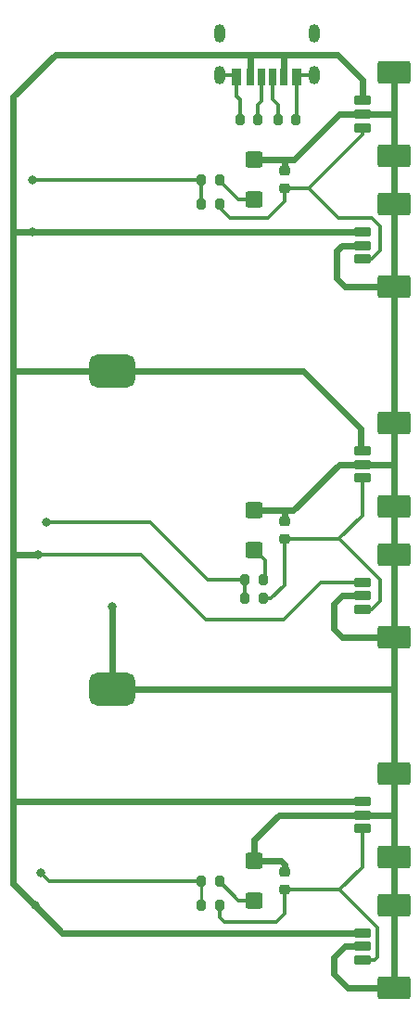
<source format=gbr>
%TF.GenerationSoftware,KiCad,Pcbnew,7.0.8*%
%TF.CreationDate,2024-03-13T10:59:52-04:00*%
%TF.ProjectId,INPUT,494e5055-542e-46b6-9963-61645f706362,rev?*%
%TF.SameCoordinates,Original*%
%TF.FileFunction,Copper,L1,Top*%
%TF.FilePolarity,Positive*%
%FSLAX46Y46*%
G04 Gerber Fmt 4.6, Leading zero omitted, Abs format (unit mm)*
G04 Created by KiCad (PCBNEW 7.0.8) date 2024-03-13 10:59:52*
%MOMM*%
%LPD*%
G01*
G04 APERTURE LIST*
G04 Aperture macros list*
%AMRoundRect*
0 Rectangle with rounded corners*
0 $1 Rounding radius*
0 $2 $3 $4 $5 $6 $7 $8 $9 X,Y pos of 4 corners*
0 Add a 4 corners polygon primitive as box body*
4,1,4,$2,$3,$4,$5,$6,$7,$8,$9,$2,$3,0*
0 Add four circle primitives for the rounded corners*
1,1,$1+$1,$2,$3*
1,1,$1+$1,$4,$5*
1,1,$1+$1,$6,$7*
1,1,$1+$1,$8,$9*
0 Add four rect primitives between the rounded corners*
20,1,$1+$1,$2,$3,$4,$5,0*
20,1,$1+$1,$4,$5,$6,$7,0*
20,1,$1+$1,$6,$7,$8,$9,0*
20,1,$1+$1,$8,$9,$2,$3,0*%
G04 Aperture macros list end*
%TA.AperFunction,SMDPad,CuDef*%
%ADD10RoundRect,0.200000X-0.200000X-0.275000X0.200000X-0.275000X0.200000X0.275000X-0.200000X0.275000X0*%
%TD*%
%TA.AperFunction,SMDPad,CuDef*%
%ADD11RoundRect,0.300000X-0.500000X0.450000X-0.500000X-0.450000X0.500000X-0.450000X0.500000X0.450000X0*%
%TD*%
%TA.AperFunction,SMDPad,CuDef*%
%ADD12RoundRect,0.750000X1.350000X-0.750000X1.350000X0.750000X-1.350000X0.750000X-1.350000X-0.750000X0*%
%TD*%
%TA.AperFunction,SMDPad,CuDef*%
%ADD13RoundRect,0.200000X0.600000X-0.200000X0.600000X0.200000X-0.600000X0.200000X-0.600000X-0.200000X0*%
%TD*%
%TA.AperFunction,SMDPad,CuDef*%
%ADD14RoundRect,0.250001X1.249998X-0.799999X1.249998X0.799999X-1.249998X0.799999X-1.249998X-0.799999X0*%
%TD*%
%TA.AperFunction,SMDPad,CuDef*%
%ADD15RoundRect,0.225000X0.250000X-0.225000X0.250000X0.225000X-0.250000X0.225000X-0.250000X-0.225000X0*%
%TD*%
%TA.AperFunction,SMDPad,CuDef*%
%ADD16RoundRect,0.200000X0.200000X0.275000X-0.200000X0.275000X-0.200000X-0.275000X0.200000X-0.275000X0*%
%TD*%
%TA.AperFunction,SMDPad,CuDef*%
%ADD17R,0.700000X1.600000*%
%TD*%
%TA.AperFunction,SMDPad,CuDef*%
%ADD18R,0.800000X1.600000*%
%TD*%
%TA.AperFunction,SMDPad,CuDef*%
%ADD19R,0.900000X1.600000*%
%TD*%
%TA.AperFunction,ComponentPad*%
%ADD20O,1.000000X1.700000*%
%TD*%
%TA.AperFunction,ViaPad*%
%ADD21C,0.800000*%
%TD*%
%TA.AperFunction,Conductor*%
%ADD22C,0.300000*%
%TD*%
%TA.AperFunction,Conductor*%
%ADD23C,0.600000*%
%TD*%
%TA.AperFunction,Conductor*%
%ADD24C,0.250000*%
%TD*%
G04 APERTURE END LIST*
D10*
%TO.P,R5,1*%
%TO.N,Net-(R5-Pad1)*%
X20175001Y-18249999D03*
%TO.P,R5,2*%
%TO.N,Net-(C3-Pad1)*%
X21825001Y-18249999D03*
%TD*%
D11*
%TO.P,D1,1,K*%
%TO.N,GND*%
X25000000Y-78200000D03*
%TO.P,D1,2,A*%
%TO.N,Net-(D1-Pad2)*%
X25000000Y-81800000D03*
%TD*%
D12*
%TO.P,BT1,1,+*%
%TO.N,VCC*%
X12000000Y-33500000D03*
%TO.P,BT1,2,-*%
%TO.N,GND*%
X12000000Y-62500000D03*
%TD*%
D10*
%TO.P,R3,1*%
%TO.N,Net-(R3-Pad1)*%
X24175000Y-54250000D03*
%TO.P,R3,2*%
%TO.N,Net-(C2-Pad1)*%
X25825000Y-54250000D03*
%TD*%
D13*
%TO.P,J4,1,Pin_1*%
%TO.N,Net-(C2-Pad1)*%
X34850000Y-55250000D03*
%TO.P,J4,2,Pin_2*%
%TO.N,GND*%
X34850000Y-54000000D03*
%TO.P,J4,3,Pin_3*%
%TO.N,VCC*%
X34850000Y-52750000D03*
D14*
%TO.P,J4,MP*%
%TO.N,GND*%
X37749988Y-50200001D03*
X37749988Y-57800011D03*
%TD*%
D10*
%TO.P,R6,1*%
%TO.N,Net-(R5-Pad1)*%
X20175000Y-16000000D03*
%TO.P,R6,2*%
%TO.N,Net-(D3-Pad2)*%
X21825000Y-16000000D03*
%TD*%
D15*
%TO.P,C1,1*%
%TO.N,Net-(C1-Pad1)*%
X27750000Y-80775000D03*
%TO.P,C1,2*%
%TO.N,GND*%
X27750000Y-79225000D03*
%TD*%
D16*
%TO.P,R8,1*%
%TO.N,GND*%
X28825000Y-10500000D03*
%TO.P,R8,2*%
%TO.N,Net-(P1-PadA5)*%
X27175000Y-10500000D03*
%TD*%
D13*
%TO.P,J6,1,Pin_1*%
%TO.N,Net-(C3-Pad1)*%
X34850000Y-23250000D03*
%TO.P,J6,2,Pin_2*%
%TO.N,GND*%
X34850000Y-22000000D03*
%TO.P,J6,3,Pin_3*%
%TO.N,VCC*%
X34850000Y-20750000D03*
D14*
%TO.P,J6,MP*%
%TO.N,GND*%
X37749988Y-25799999D03*
X37749988Y-18199999D03*
%TD*%
D10*
%TO.P,R1,1*%
%TO.N,Net-(R1-Pad1)*%
X20175000Y-82250000D03*
%TO.P,R1,2*%
%TO.N,Net-(C1-Pad1)*%
X21825000Y-82250000D03*
%TD*%
D13*
%TO.P,J3,1,Pin_1*%
%TO.N,Net-(C2-Pad1)*%
X34850000Y-43250000D03*
%TO.P,J3,2,Pin_2*%
%TO.N,GND*%
X34850000Y-42000000D03*
%TO.P,J3,3,Pin_3*%
%TO.N,VCC*%
X34850000Y-40750000D03*
D14*
%TO.P,J3,MP*%
%TO.N,GND*%
X37749988Y-45800010D03*
X37749988Y-38200000D03*
%TD*%
D11*
%TO.P,D3,1,K*%
%TO.N,GND*%
X25000001Y-14200001D03*
%TO.P,D3,2,A*%
%TO.N,Net-(D3-Pad2)*%
X25000001Y-17800001D03*
%TD*%
D17*
%TO.P,P1,A5,CC1*%
%TO.N,Net-(P1-PadA5)*%
X26662000Y-6667000D03*
D18*
%TO.P,P1,A9,VBUS*%
%TO.N,VCC*%
X24642000Y-6667000D03*
D19*
%TO.P,P1,A12,GND*%
%TO.N,GND*%
X23412000Y-6667000D03*
D17*
%TO.P,P1,B5,CC2*%
%TO.N,Net-(P1-PadB5)*%
X25662000Y-6667000D03*
D18*
%TO.P,P1,B9,VBUS*%
%TO.N,VCC*%
X27682000Y-6667000D03*
D19*
%TO.P,P1,B12,GND*%
%TO.N,GND*%
X28912000Y-6667000D03*
D20*
%TO.P,P1,S1,SHIELD*%
X30482000Y-6467000D03*
X21842000Y-6467000D03*
X21842000Y-2667000D03*
X30482000Y-2667000D03*
%TD*%
D13*
%TO.P,J1,1,Pin_1*%
%TO.N,Net-(C1-Pad1)*%
X34850000Y-75250000D03*
%TO.P,J1,2,Pin_2*%
%TO.N,GND*%
X34850000Y-74000000D03*
%TO.P,J1,3,Pin_3*%
%TO.N,VCC*%
X34850000Y-72750000D03*
D14*
%TO.P,J1,MP*%
%TO.N,GND*%
X37749988Y-70200012D03*
X37749988Y-77799997D03*
%TD*%
D15*
%TO.P,C3,1*%
%TO.N,Net-(C3-Pad1)*%
X27750000Y-16775000D03*
%TO.P,C3,2*%
%TO.N,GND*%
X27750000Y-15225000D03*
%TD*%
D10*
%TO.P,R4,1*%
%TO.N,Net-(R3-Pad1)*%
X24175000Y-52500000D03*
%TO.P,R4,2*%
%TO.N,Net-(D2-Pad2)*%
X25825000Y-52500000D03*
%TD*%
D13*
%TO.P,J2,1,Pin_1*%
%TO.N,Net-(C1-Pad1)*%
X34850000Y-87250000D03*
%TO.P,J2,2,Pin_2*%
%TO.N,GND*%
X34850000Y-86000000D03*
%TO.P,J2,3,Pin_3*%
%TO.N,VCC*%
X34850000Y-84750000D03*
D14*
%TO.P,J2,MP*%
%TO.N,GND*%
X37749988Y-82199988D03*
X37749988Y-89799998D03*
%TD*%
D10*
%TO.P,R2,1*%
%TO.N,Net-(R1-Pad1)*%
X20175000Y-80000000D03*
%TO.P,R2,2*%
%TO.N,Net-(D1-Pad2)*%
X21825000Y-80000000D03*
%TD*%
D13*
%TO.P,J5,1,Pin_1*%
%TO.N,Net-(C3-Pad1)*%
X34850000Y-11250000D03*
%TO.P,J5,2,Pin_2*%
%TO.N,GND*%
X34850000Y-10000000D03*
%TO.P,J5,3,Pin_3*%
%TO.N,VCC*%
X34850000Y-8750000D03*
D14*
%TO.P,J5,MP*%
%TO.N,GND*%
X37749988Y-6200000D03*
X37749988Y-13800000D03*
%TD*%
D10*
%TO.P,R7,1*%
%TO.N,GND*%
X23675000Y-10500000D03*
%TO.P,R7,2*%
%TO.N,Net-(P1-PadB5)*%
X25325000Y-10500000D03*
%TD*%
D11*
%TO.P,D2,1,K*%
%TO.N,GND*%
X25000000Y-46200000D03*
%TO.P,D2,2,A*%
%TO.N,Net-(D2-Pad2)*%
X25000000Y-49800000D03*
%TD*%
D15*
%TO.P,C2,1*%
%TO.N,Net-(C2-Pad1)*%
X27750000Y-48775000D03*
%TO.P,C2,2*%
%TO.N,GND*%
X27750000Y-47225000D03*
%TD*%
D21*
%TO.N,GND*%
X12000000Y-55000000D03*
%TO.N,VCC*%
X5000000Y-82250000D03*
X4750000Y-20750000D03*
X5250000Y-50250000D03*
%TO.N,Net-(R1-Pad1)*%
X5500000Y-79250000D03*
%TO.N,Net-(R3-Pad1)*%
X6000000Y-47250000D03*
%TO.N,Net-(R5-Pad1)*%
X4750000Y-16000000D03*
%TD*%
D22*
%TO.N,GND*%
X23675000Y-8675000D02*
X23675000Y-10500000D01*
D23*
X37500000Y-74000000D02*
X37750000Y-74250000D01*
X32250000Y-88500000D02*
X33550000Y-89800000D01*
X32750000Y-42000000D02*
X34850000Y-42000000D01*
X27750000Y-47225000D02*
X27750000Y-46400000D01*
X37500000Y-62500000D02*
X37750000Y-62750000D01*
D22*
X23412000Y-8412000D02*
X23675000Y-8675000D01*
D23*
X37750000Y-6200000D02*
X37750000Y-10250000D01*
X27250000Y-74000000D02*
X34850000Y-74000000D01*
X33250000Y-86000000D02*
X32250000Y-87000000D01*
X12000000Y-62500000D02*
X37500000Y-62500000D01*
X32500000Y-25000000D02*
X33300000Y-25800000D01*
X37750000Y-77800000D02*
X37750000Y-82200000D01*
X34850000Y-42000000D02*
X37750000Y-42000000D01*
X34850000Y-10000000D02*
X37500000Y-10000000D01*
X37803831Y-82253831D02*
X37803831Y-89746169D01*
D22*
X23412000Y-6667000D02*
X23412000Y-8412000D01*
D23*
X37750000Y-58750000D02*
X37750000Y-62750000D01*
X37500000Y-10000000D02*
X37750000Y-10250000D01*
X34850000Y-86000000D02*
X33250000Y-86000000D01*
X27550000Y-46200000D02*
X28550000Y-46200000D01*
X32250000Y-57000000D02*
X33050000Y-57800000D01*
X28625000Y-14125000D02*
X32750000Y-10000000D01*
X37750000Y-70200000D02*
X37750000Y-74250000D01*
X12000000Y-62500000D02*
X12000000Y-55000000D01*
X33000000Y-22000000D02*
X32500000Y-22500000D01*
X27750000Y-46400000D02*
X27550000Y-46200000D01*
X37750000Y-74250000D02*
X37750000Y-77800000D01*
X32500000Y-22500000D02*
X32500000Y-25000000D01*
X25000000Y-78200000D02*
X27400000Y-78200000D01*
X32750000Y-10000000D02*
X34850000Y-10000000D01*
X37750000Y-62750000D02*
X37750000Y-70200000D01*
X33550000Y-89800000D02*
X37750000Y-89800000D01*
X25000000Y-78200000D02*
X25000000Y-76250000D01*
X27750000Y-14250000D02*
X27700000Y-14200000D01*
X27700000Y-14200000D02*
X28550000Y-14200000D01*
D22*
X30482000Y-6467000D02*
X29112000Y-6467000D01*
X21842000Y-6467000D02*
X23212000Y-6467000D01*
D23*
X28550000Y-14200000D02*
X28625000Y-14125000D01*
X34850000Y-74000000D02*
X37500000Y-74000000D01*
X37750000Y-10250000D02*
X37750000Y-42000000D01*
X25000000Y-76250000D02*
X27250000Y-74000000D01*
X33000000Y-54000000D02*
X32250000Y-54750000D01*
X32250000Y-54750000D02*
X32250000Y-57000000D01*
X25000000Y-46200000D02*
X27550000Y-46200000D01*
X34850000Y-22000000D02*
X33000000Y-22000000D01*
X37750000Y-42000000D02*
X37750000Y-58750000D01*
X37650000Y-58650000D02*
X37750000Y-58750000D01*
X27750000Y-78550000D02*
X27750000Y-79250000D01*
X34850000Y-54000000D02*
X33000000Y-54000000D01*
X33050000Y-57800000D02*
X37750000Y-57800000D01*
X33300000Y-25800000D02*
X37750000Y-25800000D01*
X27750000Y-15225000D02*
X27750000Y-14250000D01*
X28550000Y-46200000D02*
X32750000Y-42000000D01*
X25000000Y-14200000D02*
X27700000Y-14200000D01*
D22*
X28912000Y-6667000D02*
X28912000Y-10413000D01*
D23*
X27400000Y-78200000D02*
X27750000Y-78550000D01*
X32250000Y-87000000D02*
X32250000Y-88500000D01*
%TO.N,VCC*%
X34850000Y-8750000D02*
X34850000Y-6850000D01*
X3000000Y-33500000D02*
X12000000Y-33500000D01*
D22*
X27686000Y-56134000D02*
X20574000Y-56134000D01*
X20574000Y-56134000D02*
X14690000Y-50250000D01*
D23*
X34850000Y-6850000D02*
X32572000Y-4572000D01*
X6858000Y-4572000D02*
X3000000Y-8430000D01*
X3030000Y-20750000D02*
X3000000Y-20780000D01*
X3000000Y-33576000D02*
X3000000Y-33500000D01*
D22*
X34850000Y-52750000D02*
X31070000Y-52750000D01*
D23*
X29500000Y-33500000D02*
X34750000Y-38750000D01*
X12000000Y-33500000D02*
X29500000Y-33500000D01*
D22*
X14690000Y-50250000D02*
X5250000Y-50250000D01*
D23*
X32572000Y-4572000D02*
X27686000Y-4572000D01*
D22*
X31070000Y-52750000D02*
X27686000Y-56134000D01*
D23*
X3000000Y-50250000D02*
X3000000Y-33576000D01*
X5250000Y-50250000D02*
X3000000Y-50250000D01*
X5000000Y-82250000D02*
X7500000Y-84750000D01*
X4750000Y-20750000D02*
X34850000Y-20750000D01*
X24642000Y-6667000D02*
X24642000Y-4576000D01*
X34850000Y-84750000D02*
X7500000Y-84750000D01*
X24638000Y-4572000D02*
X6858000Y-4572000D01*
X3000000Y-20780000D02*
X3000000Y-33576000D01*
X3000000Y-80250000D02*
X3000000Y-50250000D01*
X27682000Y-6667000D02*
X27682000Y-4576000D01*
X24642000Y-4576000D02*
X24638000Y-4572000D01*
X34750000Y-38750000D02*
X34750000Y-40650000D01*
X3000000Y-8430000D02*
X3000000Y-20780000D01*
X34850000Y-72750000D02*
X3000000Y-72750000D01*
X5000000Y-82250000D02*
X3000000Y-80250000D01*
X27682000Y-4576000D02*
X27686000Y-4572000D01*
X24638000Y-4572000D02*
X27686000Y-4572000D01*
X4750000Y-20750000D02*
X3030000Y-20750000D01*
D22*
%TO.N,Net-(C1-Pad1)*%
X27000000Y-83750000D02*
X27750000Y-83000000D01*
X35951911Y-87250000D02*
X34850000Y-87250000D01*
X32800000Y-80800000D02*
X36250000Y-84250000D01*
X36250000Y-84250000D02*
X36250000Y-86951911D01*
X27750000Y-80800000D02*
X32800000Y-80800000D01*
X21825000Y-83325000D02*
X22250000Y-83750000D01*
X21825000Y-82250000D02*
X21825000Y-83325000D01*
X27750000Y-83000000D02*
X27750000Y-80800000D01*
X34850000Y-75250000D02*
X34850000Y-78750000D01*
X34850000Y-78750000D02*
X32800000Y-80800000D01*
X22250000Y-83750000D02*
X27000000Y-83750000D01*
X36250000Y-86951911D02*
X35951911Y-87250000D01*
%TO.N,Net-(D1-Pad2)*%
X23550000Y-81800000D02*
X25000000Y-81800000D01*
X21825000Y-80075000D02*
X23550000Y-81800000D01*
%TO.N,Net-(R1-Pad1)*%
X6250000Y-80000000D02*
X20175000Y-80000000D01*
X5500000Y-79250000D02*
X6250000Y-80000000D01*
D24*
X20175000Y-80000000D02*
X20175000Y-82250000D01*
D22*
%TO.N,Net-(C2-Pad1)*%
X32725000Y-48775000D02*
X34850000Y-46650000D01*
X32775000Y-48775000D02*
X36500000Y-52500000D01*
X35750000Y-55250000D02*
X34850000Y-55250000D01*
X26500000Y-54250000D02*
X27750000Y-53000000D01*
X27750000Y-48775000D02*
X32775000Y-48775000D01*
X34850000Y-46650000D02*
X34850000Y-43250000D01*
X25825000Y-54250000D02*
X26500000Y-54250000D01*
X36500000Y-52500000D02*
X36500000Y-54500000D01*
X36500000Y-54500000D02*
X35750000Y-55250000D01*
X27750000Y-53000000D02*
X27750000Y-48775000D01*
%TO.N,Net-(C3-Pad1)*%
X29983000Y-16775000D02*
X32708000Y-19500000D01*
X29975000Y-16775000D02*
X34850000Y-11900000D01*
X26250000Y-19500000D02*
X27750000Y-18000000D01*
X21825000Y-18575000D02*
X22750000Y-19500000D01*
X36500000Y-20250000D02*
X36500000Y-22500000D01*
X34850000Y-11900000D02*
X34850000Y-11250000D01*
X27750000Y-16775000D02*
X29975000Y-16775000D01*
X29972000Y-16775000D02*
X29983000Y-16775000D01*
X27750000Y-18000000D02*
X27750000Y-16775000D01*
X35750000Y-19500000D02*
X36500000Y-20250000D01*
X35750000Y-23250000D02*
X34850000Y-23250000D01*
X32708000Y-19500000D02*
X35750000Y-19500000D01*
X36500000Y-22500000D02*
X35750000Y-23250000D01*
X22750000Y-19500000D02*
X26250000Y-19500000D01*
%TO.N,Net-(D2-Pad2)*%
X25050000Y-49800000D02*
X26000000Y-50750000D01*
X26000000Y-50750000D02*
X26000000Y-52325000D01*
%TO.N,Net-(D3-Pad2)*%
X23550000Y-17800000D02*
X25000000Y-17800000D01*
X21825000Y-16075000D02*
X23550000Y-17800000D01*
%TO.N,Net-(R3-Pad1)*%
X15500000Y-47250000D02*
X6000000Y-47250000D01*
X24175000Y-52500000D02*
X20750000Y-52500000D01*
X20750000Y-52500000D02*
X15500000Y-47250000D01*
X24175000Y-52500000D02*
X24175000Y-54250000D01*
%TO.N,Net-(R5-Pad1)*%
X20175000Y-16000000D02*
X4750000Y-16000000D01*
X20175000Y-16000000D02*
X20175000Y-18250000D01*
%TO.N,Net-(P1-PadB5)*%
X25325000Y-9175000D02*
X25662000Y-8838000D01*
X25325000Y-9175000D02*
X25325000Y-10500000D01*
X25662000Y-6667000D02*
X25662000Y-8838000D01*
%TO.N,Net-(P1-PadA5)*%
X26662000Y-6667000D02*
X26662000Y-8662000D01*
X27175000Y-9175000D02*
X27175000Y-10500000D01*
X26662000Y-8662000D02*
X27175000Y-9175000D01*
%TD*%
M02*

</source>
